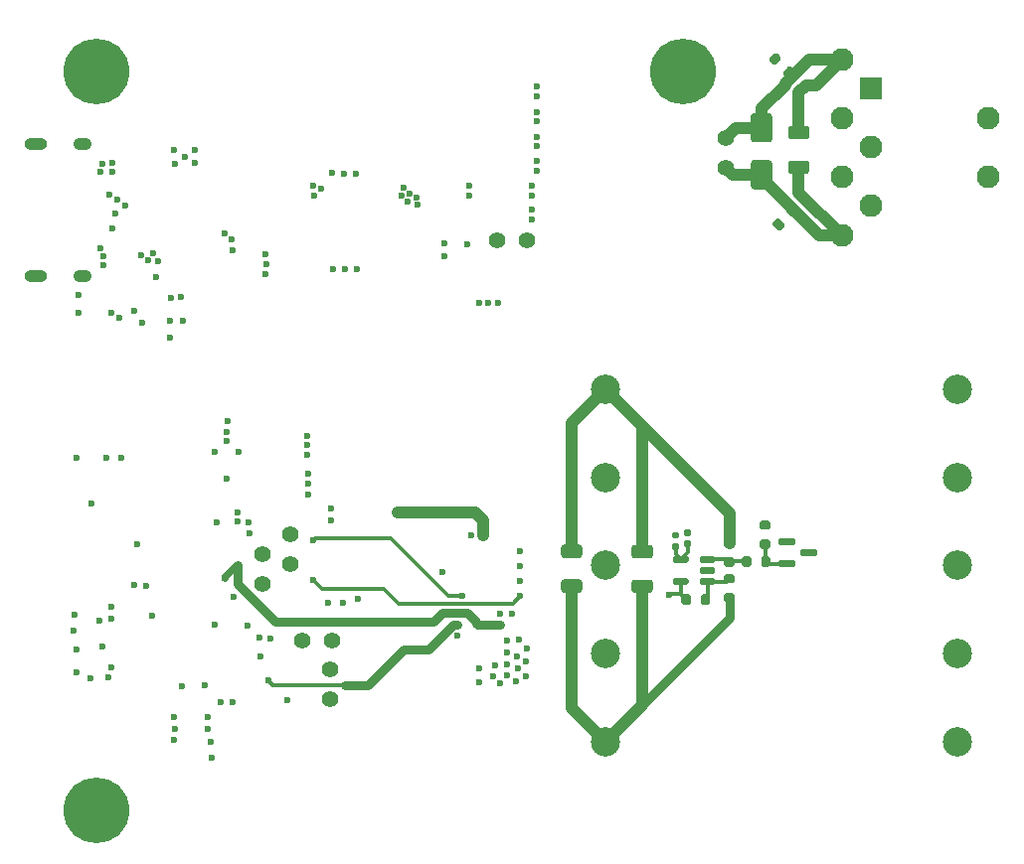
<source format=gbr>
G04 #@! TF.GenerationSoftware,KiCad,Pcbnew,9.0.1+1*
G04 #@! TF.CreationDate,2025-10-07T10:16:08+00:00*
G04 #@! TF.ProjectId,c64psu,63363470-7375-42e6-9b69-6361645f7063,rev?*
G04 #@! TF.SameCoordinates,Original*
G04 #@! TF.FileFunction,Copper,L4,Bot*
G04 #@! TF.FilePolarity,Positive*
%FSLAX46Y46*%
G04 Gerber Fmt 4.6, Leading zero omitted, Abs format (unit mm)*
G04 Created by KiCad (PCBNEW 9.0.1+1) date 2025-10-07 10:16:08*
%MOMM*%
%LPD*%
G01*
G04 APERTURE LIST*
G04 #@! TA.AperFunction,ComponentPad*
%ADD10C,2.500000*%
G04 #@! TD*
G04 #@! TA.AperFunction,ComponentPad*
%ADD11C,1.400000*%
G04 #@! TD*
G04 #@! TA.AperFunction,ComponentPad*
%ADD12C,3.600000*%
G04 #@! TD*
G04 #@! TA.AperFunction,ConnectorPad*
%ADD13C,5.600000*%
G04 #@! TD*
G04 #@! TA.AperFunction,ComponentPad*
%ADD14O,1.550000X1.050000*%
G04 #@! TD*
G04 #@! TA.AperFunction,ComponentPad*
%ADD15O,1.950000X1.050000*%
G04 #@! TD*
G04 #@! TA.AperFunction,ComponentPad*
%ADD16C,1.950000*%
G04 #@! TD*
G04 #@! TA.AperFunction,ComponentPad*
%ADD17R,1.950000X1.950000*%
G04 #@! TD*
G04 #@! TA.AperFunction,ViaPad*
%ADD18C,0.600000*%
G04 #@! TD*
G04 #@! TA.AperFunction,Conductor*
%ADD19C,1.000000*%
G04 #@! TD*
G04 #@! TA.AperFunction,Conductor*
%ADD20C,0.300000*%
G04 #@! TD*
G04 #@! TA.AperFunction,Conductor*
%ADD21C,0.800000*%
G04 #@! TD*
G04 #@! TA.AperFunction,Conductor*
%ADD22C,0.600000*%
G04 #@! TD*
G04 #@! TA.AperFunction,Conductor*
%ADD23C,0.400000*%
G04 #@! TD*
G04 APERTURE END LIST*
D10*
X183370000Y-69110000D03*
X183370000Y-76610000D03*
X183370000Y-84110000D03*
X183370000Y-91610000D03*
X183370000Y-99110000D03*
X213370000Y-69110000D03*
X213370000Y-76610000D03*
X213370000Y-84110000D03*
X213370000Y-91610000D03*
X213370000Y-99110000D03*
D11*
X157500000Y-90520000D03*
X160040000Y-90520000D03*
X159870000Y-92960001D03*
X159870000Y-95500001D03*
D12*
X190000000Y-42000000D03*
D13*
X190000000Y-42000000D03*
D11*
X156510000Y-84019999D03*
X156510000Y-81479999D03*
D14*
X138850000Y-48155000D03*
X138850000Y-59395000D03*
D15*
X134850000Y-48155000D03*
X134850000Y-59395000D03*
D11*
X154120000Y-83130000D03*
X154120000Y-85670000D03*
D12*
X140000000Y-105000000D03*
D13*
X140000000Y-105000000D03*
D11*
X174170300Y-56365150D03*
X176710300Y-56365150D03*
D16*
X215980000Y-50940000D03*
X215980000Y-45940000D03*
D17*
X205980000Y-43440000D03*
D16*
X205980000Y-48440000D03*
X205980000Y-53440000D03*
X203480000Y-45940000D03*
X203480000Y-50940000D03*
X203480000Y-40940000D03*
X203480000Y-55940000D03*
D11*
X193598800Y-50170399D03*
X193598800Y-47630399D03*
D12*
X140000000Y-42000000D03*
D13*
X140000000Y-42000000D03*
G04 #@! TA.AperFunction,SMDPad,CuDef*
G36*
G01*
X197296800Y-52036802D02*
X195996800Y-52036802D01*
G75*
G02*
X195746800Y-51786802I0J250000D01*
G01*
X195746800Y-49786802D01*
G75*
G02*
X195996800Y-49536802I250000J0D01*
G01*
X197296800Y-49536802D01*
G75*
G02*
X197546800Y-49786802I0J-250000D01*
G01*
X197546800Y-51786802D01*
G75*
G02*
X197296800Y-52036802I-250000J0D01*
G01*
G37*
G04 #@! TD.AperFunction*
G04 #@! TA.AperFunction,SMDPad,CuDef*
G36*
G01*
X197296800Y-48036800D02*
X195996800Y-48036800D01*
G75*
G02*
X195746800Y-47786800I0J250000D01*
G01*
X195746800Y-45786800D01*
G75*
G02*
X195996800Y-45536800I250000J0D01*
G01*
X197296800Y-45536800D01*
G75*
G02*
X197546800Y-45786800I0J-250000D01*
G01*
X197546800Y-47786800D01*
G75*
G02*
X197296800Y-48036800I-250000J0D01*
G01*
G37*
G04 #@! TD.AperFunction*
G04 #@! TA.AperFunction,SMDPad,CuDef*
G36*
G01*
X193628600Y-84830200D02*
X194178600Y-84830200D01*
G75*
G02*
X194378600Y-85030200I0J-200000D01*
G01*
X194378600Y-85430200D01*
G75*
G02*
X194178600Y-85630200I-200000J0D01*
G01*
X193628600Y-85630200D01*
G75*
G02*
X193428600Y-85430200I0J200000D01*
G01*
X193428600Y-85030200D01*
G75*
G02*
X193628600Y-84830200I200000J0D01*
G01*
G37*
G04 #@! TD.AperFunction*
G04 #@! TA.AperFunction,SMDPad,CuDef*
G36*
G01*
X193628600Y-86480200D02*
X194178600Y-86480200D01*
G75*
G02*
X194378600Y-86680200I0J-200000D01*
G01*
X194378600Y-87080200D01*
G75*
G02*
X194178600Y-87280200I-200000J0D01*
G01*
X193628600Y-87280200D01*
G75*
G02*
X193428600Y-87080200I0J200000D01*
G01*
X193428600Y-86680200D01*
G75*
G02*
X193628600Y-86480200I200000J0D01*
G01*
G37*
G04 #@! TD.AperFunction*
G04 #@! TA.AperFunction,SMDPad,CuDef*
G36*
G01*
X192706400Y-83431201D02*
X192706400Y-83731201D01*
G75*
G02*
X192556400Y-83881201I-150000J0D01*
G01*
X191531400Y-83881201D01*
G75*
G02*
X191381400Y-83731201I0J150000D01*
G01*
X191381400Y-83431201D01*
G75*
G02*
X191531400Y-83281201I150000J0D01*
G01*
X192556400Y-83281201D01*
G75*
G02*
X192706400Y-83431201I0J-150000D01*
G01*
G37*
G04 #@! TD.AperFunction*
G04 #@! TA.AperFunction,SMDPad,CuDef*
G36*
G01*
X192706400Y-84381200D02*
X192706400Y-84681200D01*
G75*
G02*
X192556400Y-84831200I-150000J0D01*
G01*
X191531400Y-84831200D01*
G75*
G02*
X191381400Y-84681200I0J150000D01*
G01*
X191381400Y-84381200D01*
G75*
G02*
X191531400Y-84231200I150000J0D01*
G01*
X192556400Y-84231200D01*
G75*
G02*
X192706400Y-84381200I0J-150000D01*
G01*
G37*
G04 #@! TD.AperFunction*
G04 #@! TA.AperFunction,SMDPad,CuDef*
G36*
G01*
X192706400Y-85331199D02*
X192706400Y-85631199D01*
G75*
G02*
X192556400Y-85781199I-150000J0D01*
G01*
X191531400Y-85781199D01*
G75*
G02*
X191381400Y-85631199I0J150000D01*
G01*
X191381400Y-85331199D01*
G75*
G02*
X191531400Y-85181199I150000J0D01*
G01*
X192556400Y-85181199D01*
G75*
G02*
X192706400Y-85331199I0J-150000D01*
G01*
G37*
G04 #@! TD.AperFunction*
G04 #@! TA.AperFunction,SMDPad,CuDef*
G36*
G01*
X190431400Y-85331199D02*
X190431400Y-85631199D01*
G75*
G02*
X190281400Y-85781199I-150000J0D01*
G01*
X189256400Y-85781199D01*
G75*
G02*
X189106400Y-85631199I0J150000D01*
G01*
X189106400Y-85331199D01*
G75*
G02*
X189256400Y-85181199I150000J0D01*
G01*
X190281400Y-85181199D01*
G75*
G02*
X190431400Y-85331199I0J-150000D01*
G01*
G37*
G04 #@! TD.AperFunction*
G04 #@! TA.AperFunction,SMDPad,CuDef*
G36*
G01*
X190431400Y-83431201D02*
X190431400Y-83731201D01*
G75*
G02*
X190281400Y-83881201I-150000J0D01*
G01*
X189256400Y-83881201D01*
G75*
G02*
X189106400Y-83731201I0J150000D01*
G01*
X189106400Y-83431201D01*
G75*
G02*
X189256400Y-83281201I150000J0D01*
G01*
X190281400Y-83281201D01*
G75*
G02*
X190431400Y-83431201I0J-150000D01*
G01*
G37*
G04 #@! TD.AperFunction*
G04 #@! TA.AperFunction,SMDPad,CuDef*
G36*
G01*
X179830000Y-82329999D02*
X181130000Y-82329999D01*
G75*
G02*
X181380000Y-82579999I0J-250000D01*
G01*
X181380000Y-83229999D01*
G75*
G02*
X181130000Y-83479999I-250000J0D01*
G01*
X179830000Y-83479999D01*
G75*
G02*
X179580000Y-83229999I0J250000D01*
G01*
X179580000Y-82579999D01*
G75*
G02*
X179830000Y-82329999I250000J0D01*
G01*
G37*
G04 #@! TD.AperFunction*
G04 #@! TA.AperFunction,SMDPad,CuDef*
G36*
G01*
X179830000Y-85280001D02*
X181130000Y-85280001D01*
G75*
G02*
X181380000Y-85530001I0J-250000D01*
G01*
X181380000Y-86180001D01*
G75*
G02*
X181130000Y-86430001I-250000J0D01*
G01*
X179830000Y-86430001D01*
G75*
G02*
X179580000Y-86180001I0J250000D01*
G01*
X179580000Y-85530001D01*
G75*
G02*
X179830000Y-85280001I250000J0D01*
G01*
G37*
G04 #@! TD.AperFunction*
G04 #@! TA.AperFunction,SMDPad,CuDef*
G36*
G01*
X192283800Y-86745400D02*
X192283800Y-87295400D01*
G75*
G02*
X192083800Y-87495400I-200000J0D01*
G01*
X191683800Y-87495400D01*
G75*
G02*
X191483800Y-87295400I0J200000D01*
G01*
X191483800Y-86745400D01*
G75*
G02*
X191683800Y-86545400I200000J0D01*
G01*
X192083800Y-86545400D01*
G75*
G02*
X192283800Y-86745400I0J-200000D01*
G01*
G37*
G04 #@! TD.AperFunction*
G04 #@! TA.AperFunction,SMDPad,CuDef*
G36*
G01*
X190633800Y-86745400D02*
X190633800Y-87295400D01*
G75*
G02*
X190433800Y-87495400I-200000J0D01*
G01*
X190033800Y-87495400D01*
G75*
G02*
X189833800Y-87295400I0J200000D01*
G01*
X189833800Y-86745400D01*
G75*
G02*
X190033800Y-86545400I200000J0D01*
G01*
X190433800Y-86545400D01*
G75*
G02*
X190633800Y-86745400I0J-200000D01*
G01*
G37*
G04 #@! TD.AperFunction*
G04 #@! TA.AperFunction,SMDPad,CuDef*
G36*
G01*
X197226600Y-82696000D02*
X196676600Y-82696000D01*
G75*
G02*
X196476600Y-82496000I0J200000D01*
G01*
X196476600Y-82096000D01*
G75*
G02*
X196676600Y-81896000I200000J0D01*
G01*
X197226600Y-81896000D01*
G75*
G02*
X197426600Y-82096000I0J-200000D01*
G01*
X197426600Y-82496000D01*
G75*
G02*
X197226600Y-82696000I-200000J0D01*
G01*
G37*
G04 #@! TD.AperFunction*
G04 #@! TA.AperFunction,SMDPad,CuDef*
G36*
G01*
X197226600Y-81046000D02*
X196676600Y-81046000D01*
G75*
G02*
X196476600Y-80846000I0J200000D01*
G01*
X196476600Y-80446000D01*
G75*
G02*
X196676600Y-80246000I200000J0D01*
G01*
X197226600Y-80246000D01*
G75*
G02*
X197426600Y-80446000I0J-200000D01*
G01*
X197426600Y-80846000D01*
G75*
G02*
X197226600Y-81046000I-200000J0D01*
G01*
G37*
G04 #@! TD.AperFunction*
G04 #@! TA.AperFunction,SMDPad,CuDef*
G36*
G01*
X199350551Y-53396940D02*
X199739460Y-53785849D01*
G75*
G02*
X199739460Y-54068691I-141421J-141421D01*
G01*
X199456617Y-54351534D01*
G75*
G02*
X199173775Y-54351534I-141421J141421D01*
G01*
X198784866Y-53962625D01*
G75*
G02*
X198784866Y-53679783I141421J141421D01*
G01*
X199067709Y-53396940D01*
G75*
G02*
X199350551Y-53396940I141421J-141421D01*
G01*
G37*
G04 #@! TD.AperFunction*
G04 #@! TA.AperFunction,SMDPad,CuDef*
G36*
G01*
X198183825Y-54563666D02*
X198572734Y-54952575D01*
G75*
G02*
X198572734Y-55235417I-141421J-141421D01*
G01*
X198289891Y-55518260D01*
G75*
G02*
X198007049Y-55518260I-141421J141421D01*
G01*
X197618140Y-55129351D01*
G75*
G02*
X197618140Y-54846509I141421J141421D01*
G01*
X197900983Y-54563666D01*
G75*
G02*
X198183825Y-54563666I141421J-141421D01*
G01*
G37*
G04 #@! TD.AperFunction*
G04 #@! TA.AperFunction,SMDPad,CuDef*
G36*
G01*
X199170000Y-46619999D02*
X200470000Y-46619999D01*
G75*
G02*
X200720000Y-46869999I0J-250000D01*
G01*
X200720000Y-47519999D01*
G75*
G02*
X200470000Y-47769999I-250000J0D01*
G01*
X199170000Y-47769999D01*
G75*
G02*
X198920000Y-47519999I0J250000D01*
G01*
X198920000Y-46869999D01*
G75*
G02*
X199170000Y-46619999I250000J0D01*
G01*
G37*
G04 #@! TD.AperFunction*
G04 #@! TA.AperFunction,SMDPad,CuDef*
G36*
G01*
X199170000Y-49570001D02*
X200470000Y-49570001D01*
G75*
G02*
X200720000Y-49820001I0J-250000D01*
G01*
X200720000Y-50470001D01*
G75*
G02*
X200470000Y-50720001I-250000J0D01*
G01*
X199170000Y-50720001D01*
G75*
G02*
X198920000Y-50470001I0J250000D01*
G01*
X198920000Y-49820001D01*
G75*
G02*
X199170000Y-49570001I250000J0D01*
G01*
G37*
G04 #@! TD.AperFunction*
G04 #@! TA.AperFunction,SMDPad,CuDef*
G36*
G01*
X194964600Y-84044200D02*
X194964600Y-83494200D01*
G75*
G02*
X195164600Y-83294200I200000J0D01*
G01*
X195564600Y-83294200D01*
G75*
G02*
X195764600Y-83494200I0J-200000D01*
G01*
X195764600Y-84044200D01*
G75*
G02*
X195564600Y-84244200I-200000J0D01*
G01*
X195164600Y-84244200D01*
G75*
G02*
X194964600Y-84044200I0J200000D01*
G01*
G37*
G04 #@! TD.AperFunction*
G04 #@! TA.AperFunction,SMDPad,CuDef*
G36*
G01*
X196614600Y-84044200D02*
X196614600Y-83494200D01*
G75*
G02*
X196814600Y-83294200I200000J0D01*
G01*
X197214600Y-83294200D01*
G75*
G02*
X197414600Y-83494200I0J-200000D01*
G01*
X197414600Y-84044200D01*
G75*
G02*
X197214600Y-84244200I-200000J0D01*
G01*
X196814600Y-84244200D01*
G75*
G02*
X196614600Y-84044200I0J200000D01*
G01*
G37*
G04 #@! TD.AperFunction*
G04 #@! TA.AperFunction,SMDPad,CuDef*
G36*
G01*
X189161600Y-81259200D02*
X189501600Y-81259200D01*
G75*
G02*
X189641600Y-81399200I0J-140000D01*
G01*
X189641600Y-81679200D01*
G75*
G02*
X189501600Y-81819200I-140000J0D01*
G01*
X189161600Y-81819200D01*
G75*
G02*
X189021600Y-81679200I0J140000D01*
G01*
X189021600Y-81399200D01*
G75*
G02*
X189161600Y-81259200I140000J0D01*
G01*
G37*
G04 #@! TD.AperFunction*
G04 #@! TA.AperFunction,SMDPad,CuDef*
G36*
G01*
X189161600Y-82219200D02*
X189501600Y-82219200D01*
G75*
G02*
X189641600Y-82359200I0J-140000D01*
G01*
X189641600Y-82639200D01*
G75*
G02*
X189501600Y-82779200I-140000J0D01*
G01*
X189161600Y-82779200D01*
G75*
G02*
X189021600Y-82639200I0J140000D01*
G01*
X189021600Y-82359200D01*
G75*
G02*
X189161600Y-82219200I140000J0D01*
G01*
G37*
G04 #@! TD.AperFunction*
G04 #@! TA.AperFunction,SMDPad,CuDef*
G36*
G01*
X198070600Y-84107200D02*
X198070600Y-83807200D01*
G75*
G02*
X198220600Y-83657200I150000J0D01*
G01*
X199395600Y-83657200D01*
G75*
G02*
X199545600Y-83807200I0J-150000D01*
G01*
X199545600Y-84107200D01*
G75*
G02*
X199395600Y-84257200I-150000J0D01*
G01*
X198220600Y-84257200D01*
G75*
G02*
X198070600Y-84107200I0J150000D01*
G01*
G37*
G04 #@! TD.AperFunction*
G04 #@! TA.AperFunction,SMDPad,CuDef*
G36*
G01*
X198070600Y-82207200D02*
X198070600Y-81907200D01*
G75*
G02*
X198220600Y-81757200I150000J0D01*
G01*
X199395600Y-81757200D01*
G75*
G02*
X199545600Y-81907200I0J-150000D01*
G01*
X199545600Y-82207200D01*
G75*
G02*
X199395600Y-82357200I-150000J0D01*
G01*
X198220600Y-82357200D01*
G75*
G02*
X198070600Y-82207200I0J150000D01*
G01*
G37*
G04 #@! TD.AperFunction*
G04 #@! TA.AperFunction,SMDPad,CuDef*
G36*
G01*
X199945601Y-83157200D02*
X199945601Y-82857200D01*
G75*
G02*
X200095601Y-82707200I150000J0D01*
G01*
X201270601Y-82707200D01*
G75*
G02*
X201420601Y-82857200I0J-150000D01*
G01*
X201420601Y-83157200D01*
G75*
G02*
X201270601Y-83307200I-150000J0D01*
G01*
X200095601Y-83307200D01*
G75*
G02*
X199945601Y-83157200I0J150000D01*
G01*
G37*
G04 #@! TD.AperFunction*
G04 #@! TA.AperFunction,SMDPad,CuDef*
G36*
G01*
X185840000Y-82349999D02*
X187140000Y-82349999D01*
G75*
G02*
X187390000Y-82599999I0J-250000D01*
G01*
X187390000Y-83249999D01*
G75*
G02*
X187140000Y-83499999I-250000J0D01*
G01*
X185840000Y-83499999D01*
G75*
G02*
X185590000Y-83249999I0J250000D01*
G01*
X185590000Y-82599999D01*
G75*
G02*
X185840000Y-82349999I250000J0D01*
G01*
G37*
G04 #@! TD.AperFunction*
G04 #@! TA.AperFunction,SMDPad,CuDef*
G36*
G01*
X185840000Y-85300001D02*
X187140000Y-85300001D01*
G75*
G02*
X187390000Y-85550001I0J-250000D01*
G01*
X187390000Y-86200001D01*
G75*
G02*
X187140000Y-86450001I-250000J0D01*
G01*
X185840000Y-86450001D01*
G75*
G02*
X185590000Y-86200001I0J250000D01*
G01*
X185590000Y-85550001D01*
G75*
G02*
X185840000Y-85300001I250000J0D01*
G01*
G37*
G04 #@! TD.AperFunction*
G04 #@! TA.AperFunction,SMDPad,CuDef*
G36*
G01*
X190517600Y-82548000D02*
X190177600Y-82548000D01*
G75*
G02*
X190037600Y-82408000I0J140000D01*
G01*
X190037600Y-82128000D01*
G75*
G02*
X190177600Y-81988000I140000J0D01*
G01*
X190517600Y-81988000D01*
G75*
G02*
X190657600Y-82128000I0J-140000D01*
G01*
X190657600Y-82408000D01*
G75*
G02*
X190517600Y-82548000I-140000J0D01*
G01*
G37*
G04 #@! TD.AperFunction*
G04 #@! TA.AperFunction,SMDPad,CuDef*
G36*
G01*
X190517600Y-81588000D02*
X190177600Y-81588000D01*
G75*
G02*
X190037600Y-81448000I0J140000D01*
G01*
X190037600Y-81168000D01*
G75*
G02*
X190177600Y-81028000I140000J0D01*
G01*
X190517600Y-81028000D01*
G75*
G02*
X190657600Y-81168000I0J-140000D01*
G01*
X190657600Y-81448000D01*
G75*
G02*
X190517600Y-81588000I-140000J0D01*
G01*
G37*
G04 #@! TD.AperFunction*
G04 #@! TA.AperFunction,SMDPad,CuDef*
G36*
G01*
X197313340Y-40831849D02*
X197702249Y-40442940D01*
G75*
G02*
X197985091Y-40442940I141421J-141421D01*
G01*
X198267934Y-40725783D01*
G75*
G02*
X198267934Y-41008625I-141421J-141421D01*
G01*
X197879025Y-41397534D01*
G75*
G02*
X197596183Y-41397534I-141421J141421D01*
G01*
X197313340Y-41114691D01*
G75*
G02*
X197313340Y-40831849I141421J141421D01*
G01*
G37*
G04 #@! TD.AperFunction*
G04 #@! TA.AperFunction,SMDPad,CuDef*
G36*
G01*
X198480066Y-41998575D02*
X198868975Y-41609666D01*
G75*
G02*
X199151817Y-41609666I141421J-141421D01*
G01*
X199434660Y-41892509D01*
G75*
G02*
X199434660Y-42175351I-141421J-141421D01*
G01*
X199045751Y-42564260D01*
G75*
G02*
X198762909Y-42564260I-141421J141421D01*
G01*
X198480066Y-42281417D01*
G75*
G02*
X198480066Y-41998575I141421J141421D01*
G01*
G37*
G04 #@! TD.AperFunction*
G04 #@! TA.AperFunction,SMDPad,CuDef*
G36*
G01*
X194178600Y-84232200D02*
X193628600Y-84232200D01*
G75*
G02*
X193428600Y-84032200I0J200000D01*
G01*
X193428600Y-83632200D01*
G75*
G02*
X193628600Y-83432200I200000J0D01*
G01*
X194178600Y-83432200D01*
G75*
G02*
X194378600Y-83632200I0J-200000D01*
G01*
X194378600Y-84032200D01*
G75*
G02*
X194178600Y-84232200I-200000J0D01*
G01*
G37*
G04 #@! TD.AperFunction*
G04 #@! TA.AperFunction,SMDPad,CuDef*
G36*
G01*
X194178600Y-82582200D02*
X193628600Y-82582200D01*
G75*
G02*
X193428600Y-82382200I0J200000D01*
G01*
X193428600Y-81982200D01*
G75*
G02*
X193628600Y-81782200I200000J0D01*
G01*
X194178600Y-81782200D01*
G75*
G02*
X194378600Y-81982200I0J-200000D01*
G01*
X194378600Y-82382200D01*
G75*
G02*
X194178600Y-82582200I-200000J0D01*
G01*
G37*
G04 #@! TD.AperFunction*
D18*
X177535865Y-48329416D03*
X158035465Y-78041544D03*
X147232327Y-61231221D03*
X147367023Y-63241024D03*
X151605000Y-95741000D03*
X154433265Y-59249852D03*
X175390000Y-88210000D03*
X141333500Y-50573950D03*
X146631130Y-48684508D03*
X151064199Y-76720200D03*
X140331850Y-57091395D03*
X173980000Y-92610000D03*
X148432067Y-48691598D03*
X177119813Y-54592482D03*
X157983504Y-74683571D03*
X174990000Y-92530000D03*
X138527300Y-61038750D03*
X150084899Y-74380500D03*
X151683800Y-86777400D03*
X154440694Y-57570786D03*
X189331600Y-81539200D03*
X174950000Y-90530000D03*
X145282548Y-58147437D03*
X177104954Y-53790096D03*
X177104954Y-51739555D03*
X149522200Y-98027000D03*
X198095437Y-55040963D03*
X160020000Y-79260000D03*
X169460400Y-84665999D03*
X174960000Y-93480000D03*
X138323400Y-93201000D03*
X147531100Y-49253150D03*
X138522300Y-62548750D03*
X144836226Y-57520465D03*
X141333500Y-49761150D03*
X177127243Y-52556800D03*
X140307085Y-50562617D03*
X143818100Y-57662976D03*
X149245400Y-94318600D03*
X166682700Y-52402750D03*
X146654600Y-97061800D03*
X154474999Y-58375000D03*
X138120200Y-88324200D03*
X160157760Y-58870423D03*
X138034789Y-89679611D03*
X146673671Y-49826047D03*
X172610000Y-94090000D03*
X141320600Y-87641000D03*
X169601100Y-57736750D03*
X141320600Y-92794600D03*
X153003299Y-80397700D03*
X175700000Y-93970000D03*
X176101001Y-84190000D03*
X160010000Y-80230000D03*
X146659800Y-98027000D03*
X145102500Y-59510000D03*
X167363100Y-53332350D03*
X177543295Y-44094603D03*
X144775000Y-88375000D03*
X197790637Y-40920237D03*
X147264200Y-94420200D03*
X175960000Y-90460000D03*
X140304600Y-88781400D03*
X176610000Y-92320000D03*
X144395672Y-58112274D03*
X140863400Y-74944200D03*
X146310724Y-63283560D03*
X177550724Y-46204580D03*
X158022475Y-76261883D03*
X140579500Y-58488140D03*
X146324903Y-61263122D03*
X160074001Y-50619797D03*
X148417887Y-49804776D03*
X170742500Y-90090001D03*
X162094824Y-50679232D03*
X157994999Y-73840000D03*
X146287500Y-64656750D03*
X177550724Y-50424534D03*
X158034999Y-77120000D03*
X165971500Y-52605950D03*
X140503893Y-90994456D03*
X161094700Y-50724549D03*
X176570000Y-93540000D03*
X192043900Y-84531200D03*
X143228200Y-85733400D03*
X171750508Y-52544481D03*
X174410000Y-88230000D03*
X177543295Y-45454201D03*
X146652601Y-98992200D03*
X153026099Y-81362900D03*
X190347600Y-81308000D03*
X141066600Y-93658200D03*
X139542600Y-93743611D03*
X140569594Y-57765003D03*
X161150000Y-58875000D03*
X161030000Y-87260000D03*
X138323400Y-74944200D03*
X171559500Y-56722749D03*
X149522200Y-97061800D03*
X174420000Y-94130000D03*
X162175539Y-58862446D03*
X171770320Y-51742096D03*
X177528436Y-43284788D03*
X176650000Y-91200000D03*
X167292300Y-52758350D03*
X173830000Y-93520000D03*
X150214499Y-80397700D03*
X177528436Y-47541890D03*
X166530300Y-53113950D03*
X166174700Y-51894750D03*
X174990000Y-91550000D03*
X172632500Y-92840000D03*
X138276507Y-91241944D03*
X142133400Y-74944200D03*
X177550724Y-49607290D03*
X157996495Y-73098764D03*
X152116899Y-74403300D03*
X150120848Y-89122200D03*
X175790000Y-91900000D03*
X169631099Y-56669949D03*
X140498762Y-49899690D03*
X171950000Y-81560000D03*
X198808100Y-82057200D03*
X175900000Y-92890000D03*
X172910000Y-81560000D03*
X165630000Y-79620000D03*
X151125000Y-72700000D03*
X190347600Y-82268000D03*
X174250000Y-61750000D03*
X151156092Y-71816415D03*
X189331600Y-82499200D03*
X173375000Y-61750000D03*
X172575000Y-61750000D03*
X151125000Y-73500000D03*
X152014000Y-84082400D03*
X150617000Y-95741000D03*
X152014198Y-79550000D03*
X149855000Y-100516200D03*
X151429800Y-84666600D03*
X196951600Y-80646000D03*
X149753400Y-99144600D03*
X141320600Y-88601000D03*
X152014198Y-80340000D03*
X150921800Y-85174600D03*
X144260200Y-85835000D03*
X174410000Y-89190000D03*
X141607500Y-54138750D03*
X141972586Y-62987169D03*
X141822754Y-52912510D03*
X143924300Y-63375550D03*
X142458534Y-53398090D03*
X141127500Y-52516750D03*
X143213100Y-62421750D03*
X141367500Y-55349750D03*
X141289958Y-62570008D03*
X139593400Y-78844200D03*
X143454200Y-82329800D03*
X151540302Y-56263550D03*
X159130000Y-52010000D03*
X158535728Y-52532220D03*
X158460000Y-51740000D03*
X151595100Y-57228750D03*
X150934700Y-55755550D03*
X176101001Y-85460000D03*
X153870000Y-90250000D03*
X152840000Y-89250000D03*
X176101001Y-82920000D03*
X154810000Y-90350000D03*
X162300000Y-86920000D03*
X153960000Y-91830000D03*
X159760000Y-87260000D03*
X156230000Y-95590000D03*
X188772800Y-86614000D03*
X158460000Y-85330000D03*
X176101001Y-86730000D03*
X158490000Y-81970000D03*
X171151001Y-86730000D03*
X154620000Y-93930000D03*
X170742500Y-89140002D03*
D19*
X172951000Y-80281000D02*
X172951000Y-81560000D01*
X172290000Y-79620000D02*
X172951000Y-80281000D01*
X165630000Y-79620000D02*
X172290000Y-79620000D01*
D20*
X189331600Y-82499200D02*
X189331600Y-83143901D01*
X189331600Y-83143901D02*
X189768900Y-83581201D01*
X190347600Y-83002501D02*
X189768900Y-83581201D01*
X190347600Y-82268000D02*
X190347600Y-83002501D01*
D19*
X180480000Y-96220000D02*
X183370000Y-99110000D01*
D21*
X193903600Y-86880200D02*
X193903600Y-88576400D01*
D19*
X180480000Y-85855001D02*
X180480000Y-96220000D01*
X186490000Y-95990000D02*
X183370000Y-99110000D01*
D21*
X193903600Y-88576400D02*
X183370000Y-99110000D01*
D19*
X186490000Y-85875001D02*
X186490000Y-95990000D01*
X193903600Y-79643600D02*
X193903600Y-82182200D01*
X183370000Y-69110000D02*
X186490000Y-72230000D01*
X186490000Y-72230000D02*
X186490000Y-82924999D01*
X183370000Y-69110000D02*
X193903600Y-79643600D01*
X180480000Y-72000000D02*
X180480000Y-82904999D01*
X183370000Y-69110000D02*
X180480000Y-72000000D01*
X196646800Y-51054000D02*
X201532800Y-55940000D01*
X199820000Y-50145001D02*
X199820000Y-52280000D01*
X196646800Y-50786802D02*
X194215203Y-50786802D01*
X201532800Y-55940000D02*
X203480000Y-55940000D01*
X194215203Y-50786802D02*
X193598800Y-50170399D01*
X196646800Y-50786802D02*
X196646800Y-51054000D01*
X199820000Y-52280000D02*
X203480000Y-55940000D01*
X194442399Y-46786800D02*
X193598800Y-47630399D01*
X199820000Y-47194999D02*
X199820000Y-43780000D01*
X201280000Y-43140000D02*
X203480000Y-40940000D01*
X200460000Y-43140000D02*
X201280000Y-43140000D01*
X199820000Y-43780000D02*
X200460000Y-43140000D01*
X196646800Y-46786800D02*
X194442399Y-46786800D01*
X196646800Y-46786800D02*
X196646800Y-45161200D01*
X198668000Y-43140000D02*
X198668000Y-42987600D01*
X196646800Y-45161200D02*
X198668000Y-43140000D01*
X198668000Y-42987600D02*
X200715600Y-40940000D01*
X200715600Y-40940000D02*
X203480000Y-40940000D01*
D21*
X152014000Y-85704000D02*
X152014000Y-84082400D01*
X168680000Y-88930000D02*
X155240000Y-88930000D01*
X155240000Y-88930000D02*
X152014000Y-85704000D01*
X172380000Y-89050000D02*
X172380000Y-88930000D01*
D22*
X150921800Y-84976499D02*
X150921800Y-85174600D01*
X151785661Y-84112638D02*
X150921800Y-84976499D01*
D23*
X152014000Y-84082400D02*
X150921800Y-85174600D01*
D21*
X172380000Y-88930000D02*
X171589002Y-88139002D01*
X169470998Y-88139002D02*
X168680000Y-88930000D01*
X171589002Y-88139002D02*
X169470998Y-88139002D01*
X174410000Y-89190000D02*
X172520000Y-89190000D01*
X172520000Y-89190000D02*
X172380000Y-89050000D01*
D20*
X193652601Y-83581201D02*
X193903600Y-83832200D01*
X192043900Y-83581201D02*
X193652601Y-83581201D01*
X193966600Y-83769200D02*
X193903600Y-83832200D01*
X195364600Y-83769200D02*
X193966600Y-83769200D01*
X192043900Y-86860300D02*
X191883800Y-87020400D01*
X192043900Y-85481199D02*
X193652601Y-85481199D01*
X192043900Y-85481199D02*
X192043900Y-86860300D01*
X193652601Y-85481199D02*
X193903600Y-85230200D01*
X196951600Y-82296000D02*
X196951600Y-83706200D01*
X197202600Y-83957200D02*
X197014600Y-83769200D01*
X198808100Y-83957200D02*
X197202600Y-83957200D01*
X196951600Y-83706200D02*
X197014600Y-83769200D01*
X188831300Y-86555500D02*
X188772800Y-86614000D01*
X189768900Y-85481199D02*
X189768900Y-86555500D01*
X189768900Y-86555500D02*
X190233800Y-87020400D01*
X189768900Y-86555500D02*
X188831300Y-86555500D01*
X164980000Y-86640000D02*
X164460000Y-86120000D01*
X164460000Y-86120000D02*
X160080000Y-86120000D01*
X165721000Y-87381000D02*
X164980000Y-86640000D01*
X175450001Y-87381000D02*
X165721000Y-87381000D01*
X160080000Y-86120000D02*
X159250000Y-86120000D01*
X159250000Y-86120000D02*
X158460000Y-85330000D01*
X176101001Y-86730000D02*
X175450001Y-87381000D01*
X171151001Y-86730000D02*
X169970000Y-86730000D01*
X165060000Y-81820000D02*
X158640000Y-81820000D01*
X158640000Y-81820000D02*
X158490000Y-81970000D01*
X169970000Y-86730000D02*
X165060000Y-81820000D01*
D21*
X163150000Y-94290000D02*
X166190000Y-91250000D01*
X168308294Y-91250000D02*
X170369293Y-89189001D01*
X170369293Y-89189001D02*
X170693501Y-89189001D01*
D20*
X154980000Y-94290000D02*
X154620000Y-93930000D01*
D21*
X161200000Y-94290000D02*
X163150000Y-94290000D01*
X170693501Y-89189001D02*
X170742500Y-89140002D01*
X166190000Y-91250000D02*
X168308294Y-91250000D01*
D20*
X161200000Y-94290000D02*
X154980000Y-94290000D01*
M02*

</source>
